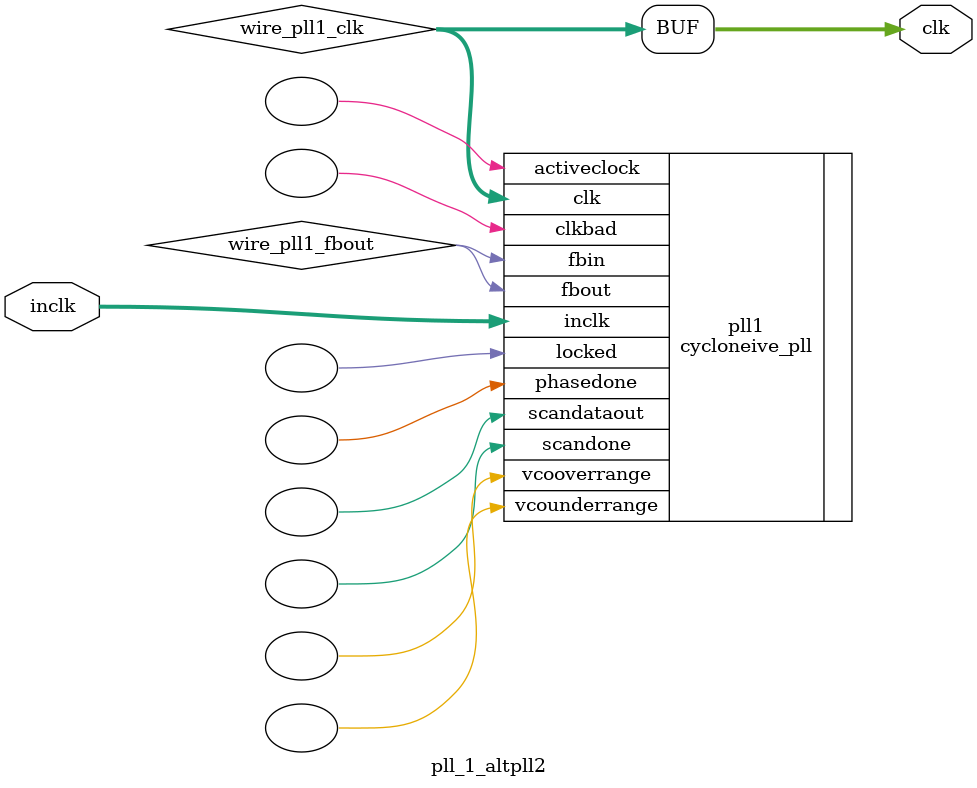
<source format=v>






//synthesis_resources = cycloneive_pll 1 
//synopsys translate_off
`timescale 1 ps / 1 ps
//synopsys translate_on
module  pll_1_altpll2
	( 
	clk,
	inclk) /* synthesis synthesis_clearbox=1 */;
	output   [4:0]  clk;
	input   [1:0]  inclk;
`ifndef ALTERA_RESERVED_QIS
// synopsys translate_off
`endif
	tri0   [1:0]  inclk;
`ifndef ALTERA_RESERVED_QIS
// synopsys translate_on
`endif

	wire  [4:0]   wire_pll1_clk;
	wire  wire_pll1_fbout;

	cycloneive_pll   pll1
	( 
	.activeclock(),
	.clk(wire_pll1_clk),
	.clkbad(),
	.fbin(wire_pll1_fbout),
	.fbout(wire_pll1_fbout),
	.inclk(inclk),
	.locked(),
	.phasedone(),
	.scandataout(),
	.scandone(),
	.vcooverrange(),
	.vcounderrange()
	`ifndef FORMAL_VERIFICATION
	// synopsys translate_off
	`endif
	,
	.areset(1'b0),
	.clkswitch(1'b0),
	.configupdate(1'b0),
	.pfdena(1'b1),
	.phasecounterselect({3{1'b0}}),
	.phasestep(1'b0),
	.phaseupdown(1'b0),
	.scanclk(1'b0),
	.scanclkena(1'b1),
	.scandata(1'b0)
	`ifndef FORMAL_VERIFICATION
	// synopsys translate_on
	`endif
	);
	defparam
		pll1.bandwidth_type = "auto",
		pll1.clk0_divide_by = 1,
		pll1.clk0_duty_cycle = 50,
		pll1.clk0_multiply_by = 1,
		pll1.clk0_phase_shift = "0",
		pll1.clk1_divide_by = 5000,
		pll1.clk1_duty_cycle = 50,
		pll1.clk1_multiply_by = 11,
		pll1.clk1_phase_shift = "0",
		pll1.clk2_divide_by = 500,
		pll1.clk2_duty_cycle = 50,
		pll1.clk2_multiply_by = 3,
		pll1.clk2_phase_shift = "0",
		pll1.compensate_clock = "clk0",
		pll1.inclk0_input_frequency = 20000,
		pll1.operation_mode = "normal",
		pll1.pll_type = "auto",
		pll1.lpm_type = "cycloneive_pll";
	assign
		clk = {wire_pll1_clk[4:0]};
endmodule //pll_1_altpll2
//VALID FILE

</source>
